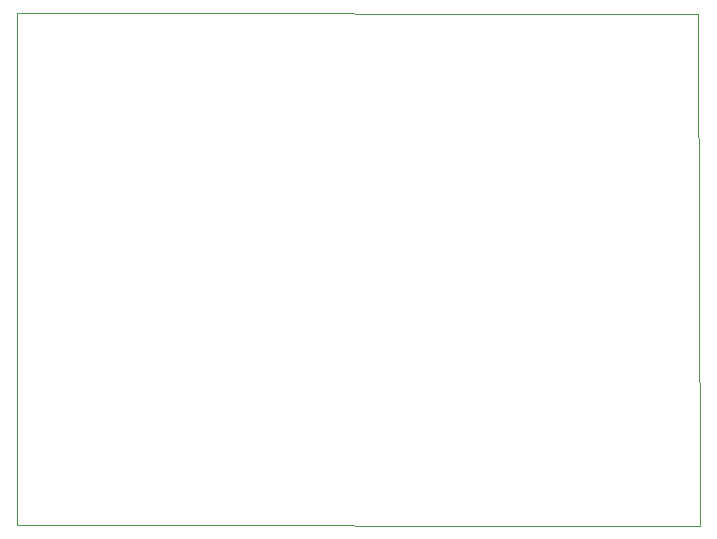
<source format=gbr>
%TF.GenerationSoftware,KiCad,Pcbnew,5.1.6-c6e7f7d~86~ubuntu18.04.1*%
%TF.CreationDate,2020-08-21T18:27:22+12:00*%
%TF.ProjectId,Biasing and 10V Test,42696173-696e-4672-9061-6e6420313056,rev?*%
%TF.SameCoordinates,Original*%
%TF.FileFunction,Profile,NP*%
%FSLAX46Y46*%
G04 Gerber Fmt 4.6, Leading zero omitted, Abs format (unit mm)*
G04 Created by KiCad (PCBNEW 5.1.6-c6e7f7d~86~ubuntu18.04.1) date 2020-08-21 18:27:22*
%MOMM*%
%LPD*%
G01*
G04 APERTURE LIST*
%TA.AperFunction,Profile*%
%ADD10C,0.050000*%
%TD*%
G04 APERTURE END LIST*
D10*
X107823000Y-96393000D02*
X107823000Y-98234500D01*
X165608000Y-98298000D02*
X165481000Y-98298000D01*
X165608000Y-96456500D02*
X165608000Y-98298000D01*
X107823000Y-96393000D02*
X107823000Y-95631000D01*
X165481000Y-98298000D02*
X107823000Y-98234500D01*
X165481000Y-54991000D02*
X165608000Y-96456500D01*
X107823000Y-54864000D02*
X165481000Y-54991000D01*
X107823000Y-95631000D02*
X107823000Y-54864000D01*
M02*

</source>
